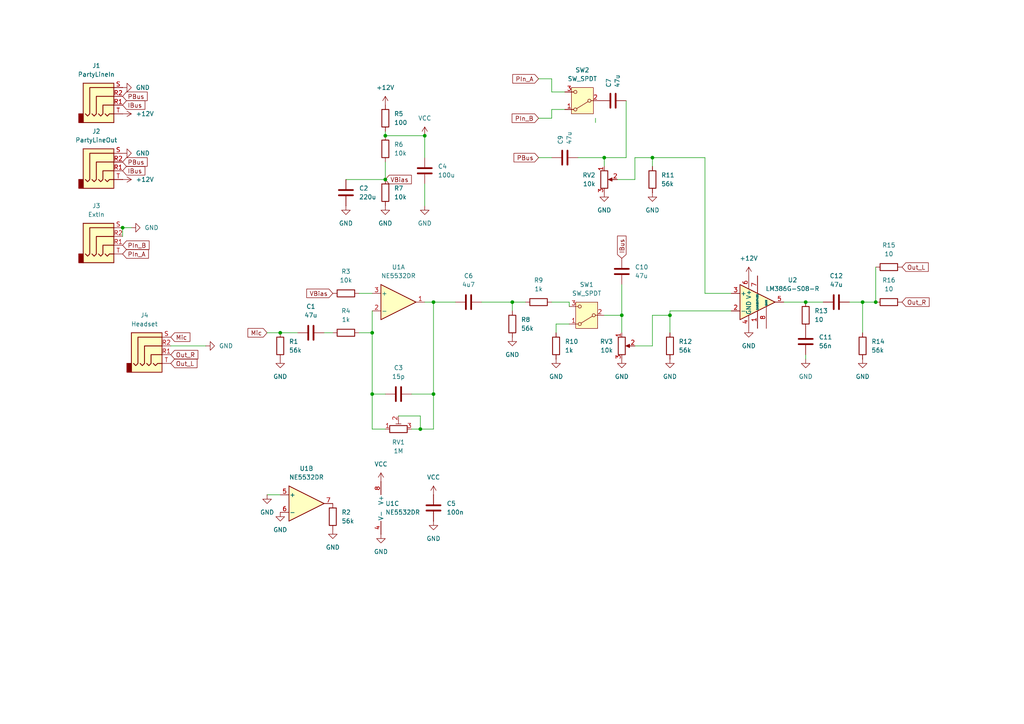
<source format=kicad_sch>
(kicad_sch (version 20250114) (generator "eeschema") (generator_version "9.0")
  (paper "A4")
  (lib_symbols
    (symbol "Amplifier_Audio:LM386" (pin_names (offset 0.127))
      (property "Reference" "U" (at 1.27 7.62 0))
      (property "Value" "LM386" (at 1.27 5.08 0))
      (symbol "LM386_0_1"
        (polyline (pts (xy 5.08 0) (xy -5.08 5.08) (xy -5.08 -5.08) (xy 5.08 0)) (stroke (width 0.254)) (fill (type background)))
      )
      (symbol "LM386_1_1"
        (pin input line (at -7.62 2.54 0) (length 2.54) (name "+") (number "3"))
        (pin input line (at -7.62 -2.54 0) (length 2.54) (name "-") (number "2"))
        (pin power_in line (at -2.54 7.62 270) (length 3.81) (name "V+") (number "6"))
        (pin power_in line (at -2.54 -7.62 90) (length 3.81) (name "GND") (number "4"))
        (pin input line (at 0 7.62 270) (length 5.08) (name "BYPASS") (number "7"))
        (pin input line (at 0 -7.62 90) (length 5.08) (name "GAIN") (number "1"))
        (pin input line (at 2.54 -7.62 90) (length 6.35) (name "GAIN") (number "8"))
        (pin output line (at 7.62 0 180) (length 2.54) (name "~") (number "5"))
      )
    )
    (symbol "Amplifier_Operational:NE5532" (pin_names (offset 0.127))
      (property "Reference" "U" (at 0 5.08 0))
      (property "Value" "NE5532" (at 0 -5.08 0))
      (symbol "NE5532_1_1"
        (polyline (pts (xy -5.08 5.08) (xy 5.08 0) (xy -5.08 -5.08) (xy -5.08 5.08)) (stroke (width 0.254)) (fill (type background)))
        (pin input line (at -7.62 2.54 0) (length 2.54) (name "+") (number "3"))
        (pin input line (at -7.62 -2.54 0) (length 2.54) (name "-") (number "2"))
        (pin output line (at 7.62 0 180) (length 2.54) (name "~") (number "1"))
      )
      (symbol "NE5532_2_1"
        (polyline (pts (xy -5.08 5.08) (xy 5.08 0) (xy -5.08 -5.08) (xy -5.08 5.08)) (stroke (width 0.254)) (fill (type background)))
        (pin input line (at -7.62 2.54 0) (length 2.54) (name "+") (number "5"))
        (pin input line (at -7.62 -2.54 0) (length 2.54) (name "-") (number "6"))
        (pin output line (at 7.62 0 180) (length 2.54) (name "~") (number "7"))
      )
      (symbol "NE5532_3_1"
        (pin power_in line (at -2.54 7.62 270) (length 3.81) (name "V+") (number "8"))
        (pin power_in line (at -2.54 -7.62 90) (length 3.81) (name "V-") (number "4"))
      )
    )
    (symbol "Connector_Audio:AudioJack4"
      (property "Reference" "J" (at 0 8.89 0))
      (property "Value" "AudioJack4" (at 0 6.35 0))
      (symbol "AudioJack4_0_1"
        (rectangle (start -6.35 -5.08) (end -7.62 -7.62) (stroke (width 0.254)) (fill (type outline)))
        (polyline (pts (xy -5.715 -5.08) (xy -5.08 -5.715) (xy -4.445 -5.08) (xy -4.445 2.54) (xy 2.54 2.54)) (stroke (width 0.254)))
        (polyline (pts (xy -1.905 -5.08) (xy -1.27 -5.715) (xy -0.635 -5.08) (xy -0.635 -2.54) (xy 2.54 -2.54)) (stroke (width 0.254)))
        (polyline (pts (xy 0 -5.08) (xy 0.635 -5.715) (xy 1.27 -5.08) (xy 2.54 -5.08)) (stroke (width 0.254)))
        (rectangle (start 2.54 3.81) (end -6.35 -7.62) (stroke (width 0.254)) (fill (type background)))
        (polyline (pts (xy 2.54 0) (xy -2.54 0) (xy -2.54 -5.08) (xy -3.175 -5.715) (xy -3.81 -5.08)) (stroke (width 0.254)))
      )
      (symbol "AudioJack4_1_1"
        (pin passive line (at 5.08 2.54 180) (length 2.54) (name "~") (number "S"))
        (pin passive line (at 5.08 0 180) (length 2.54) (name "~") (number "R2"))
        (pin passive line (at 5.08 -2.54 180) (length 2.54) (name "~") (number "R1"))
        (pin passive line (at 5.08 -5.08 180) (length 2.54) (name "~") (number "T"))
      )
    )
    (symbol "Device:C" (pin_numbers (hide yes)) (pin_names (offset 0.254))
      (property "Reference" "C" (at 0.635 2.54 0))
      (property "Value" "C" (at 0.635 -2.54 0))
      (symbol "C_0_1"
        (polyline (pts (xy -2.032 0.762) (xy 2.032 0.762)) (stroke (width 0.508)))
        (polyline (pts (xy -2.032 -0.762) (xy 2.032 -0.762)) (stroke (width 0.508)))
      )
      (symbol "C_1_1"
        (pin passive line (at 0 3.81 270) (length 2.794) (name "~") (number "1"))
        (pin passive line (at 0 -3.81 90) (length 2.794) (name "~") (number "2"))
      )
    )
    (symbol "Device:R" (pin_numbers (hide yes)) (pin_names (offset 0))
      (property "Reference" "R" (at 2.032 0 90))
      (property "Value" "R" (at 0 0 90))
      (symbol "R_0_1"
        (rectangle (start -1.016 -2.54) (end 1.016 2.54) (stroke (width 0.254)))
      )
      (symbol "R_1_1"
        (pin passive line (at 0 3.81 270) (length 1.27) (name "~") (number "1"))
        (pin passive line (at 0 -3.81 90) (length 1.27) (name "~") (number "2"))
      )
    )
    (symbol "Device:R_Potentiometer" (pin_names (offset 1.016) (hide yes))
      (property "Reference" "RV" (at -4.445 0 90))
      (property "Value" "R_Potentiometer" (at -2.54 0 90))
      (symbol "R_Potentiometer_0_1"
        (rectangle (start 1.016 2.54) (end -1.016 -2.54) (stroke (width 0.254)))
        (polyline (pts (xy 1.143 0) (xy 2.286 0.508) (xy 2.286 -0.508) (xy 1.143 0)) (fill (type outline)))
        (polyline (pts (xy 2.54 0) (xy 1.524 0)))
      )
      (symbol "R_Potentiometer_1_1"
        (pin passive line (at 0 3.81 270) (length 1.27) (name "1") (number "1"))
        (pin passive line (at 0 -3.81 90) (length 1.27) (name "3") (number "3"))
        (pin passive line (at 3.81 0 180) (length 1.27) (name "2") (number "2"))
      )
    )
    (symbol "Device:R_Potentiometer_Trim" (pin_names (offset 1.016) (hide yes))
      (property "Reference" "RV" (at -4.445 0 90))
      (property "Value" "R_Potentiometer_Trim" (at -2.54 0 90))
      (symbol "R_Potentiometer_Trim_0_1"
        (rectangle (start 1.016 2.54) (end -1.016 -2.54) (stroke (width 0.254)))
        (polyline (pts (xy 1.524 0.762) (xy 1.524 -0.762)))
        (polyline (pts (xy 2.54 0) (xy 1.524 0)))
      )
      (symbol "R_Potentiometer_Trim_1_1"
        (pin passive line (at 0 3.81 270) (length 1.27) (name "1") (number "1"))
        (pin passive line (at 0 -3.81 90) (length 1.27) (name "3") (number "3"))
        (pin passive line (at 3.81 0 180) (length 1.27) (name "2") (number "2"))
      )
    )
    (symbol "Switch:SW_SPDT" (pin_names (offset 0) (hide yes))
      (property "Reference" "SW" (at 0 5.08 0))
      (property "Value" "SW_SPDT" (at 0 -5.08 0))
      (symbol "SW_SPDT_0_1"
        (circle (center -2.032 0) (radius 0.4572))
        (polyline (pts (xy -1.651 0.254) (xy 1.651 2.286)))
        (circle (center 2.032 2.54) (radius 0.4572))
        (circle (center 2.032 -2.54) (radius 0.4572))
      )
      (symbol "SW_SPDT_1_1"
        (rectangle (start -3.175 3.81) (end 3.175 -3.81) (fill (type background)))
        (pin passive line (at -5.08 0 0) (length 2.54) (name "B") (number "2"))
        (pin passive line (at 5.08 2.54 180) (length 2.54) (name "A") (number "1"))
        (pin passive line (at 5.08 -2.54 180) (length 2.54) (name "C") (number "3"))
      )
    )
    (symbol "power:+12V" (power) (pin_numbers (hide yes)) (pin_names (offset 0) (hide yes))
      (property "Value" "+12V" (at 0 3.556 0))
      (symbol "+12V_0_1"
        (polyline (pts (xy -0.762 1.27) (xy 0 2.54)))
        (polyline (pts (xy 0 2.54) (xy 0.762 1.27)))
        (polyline (pts (xy 0 0) (xy 0 2.54)))
      )
      (symbol "+12V_1_1"
        (pin power_in line (at 0 0 90) (length 0) (name "~") (number "1"))
      )
    )
    (symbol "power:GND" (power) (pin_numbers (hide yes)) (pin_names (offset 0) (hide yes))
      (property "Value" "GND" (at 0 -3.81 0))
      (symbol "GND_0_1"
        (polyline (pts (xy 0 0) (xy 0 -1.27) (xy 1.27 -1.27) (xy 0 -2.54) (xy -1.27 -1.27) (xy 0 -1.27)))
      )
      (symbol "GND_1_1"
        (pin power_in line (at 0 0 270) (length 0) (name "~") (number "1"))
      )
    )
    (symbol "power:VCC" (power) (pin_numbers (hide yes)) (pin_names (offset 0) (hide yes))
      (property "Value" "VCC" (at 0 3.556 0))
      (symbol "VCC_0_1"
        (polyline (pts (xy -0.762 1.27) (xy 0 2.54)))
        (polyline (pts (xy 0 2.54) (xy 0.762 1.27)))
        (polyline (pts (xy 0 0) (xy 0 2.54)))
      )
      (symbol "VCC_1_1"
        (pin power_in line (at 0 0 90) (length 0) (name "~") (number "1"))
      )
    )
  )
  (junction (at 81.28 96.52))
  (junction (at 111.76 39.37))
  (junction (at 121.92 124.46))
  (junction (at 123.19 39.37))
  (junction (at 107.95 96.52))
  (junction (at 125.73 114.3))
  (junction (at 125.73 87.63))
  (junction (at 175.26 45.72))
  (junction (at 194.31 91.44))
  (junction (at 254 87.63))
  (junction (at 189.23 45.72))
  (junction (at 107.95 114.3))
  (junction (at 35.56 66.04))
  (junction (at 233.68 87.63))
  (junction (at 111.76 52.07))
  (junction (at 180.34 91.44))
  (junction (at 148.59 87.63))
  (junction (at 250.19 87.63))
  (wire (pts (xy 139.7 87.63) (xy 148.59 87.63)))
  (wire (pts (xy 121.92 120.65) (xy 121.92 124.46)))
  (wire (pts (xy 35.56 66.04) (xy 38.1 66.04)))
  (wire (pts (xy 250.19 96.52) (xy 250.19 87.63)))
  (wire (pts (xy 156.21 34.29) (xy 160.02 34.29)))
  (wire (pts (xy 175.26 45.72) (xy 175.26 48.26)))
  (wire (pts (xy 107.95 96.52) (xy 107.95 90.17)))
  (wire (pts (xy 125.73 114.3) (xy 125.73 87.63)))
  (wire (pts (xy 156.21 22.86) (xy 160.02 22.86)))
  (wire (pts (xy 125.73 114.3) (xy 125.73 124.46)))
  (wire (pts (xy 165.1 93.98) (xy 161.29 93.98)))
  (wire (pts (xy 123.19 53.34) (xy 123.19 59.69)))
  (wire (pts (xy 35.56 66.04) (xy 35.56 68.58)))
  (wire (pts (xy 233.68 87.63) (xy 238.76 87.63)))
  (wire (pts (xy 184.15 45.72) (xy 189.23 45.72)))
  (wire (pts (xy 180.34 82.55) (xy 180.34 91.44)))
  (wire (pts (xy 111.76 124.46) (xy 107.95 124.46)))
  (wire (pts (xy 189.23 45.72) (xy 189.23 48.26)))
  (wire (pts (xy 148.59 87.63) (xy 148.59 90.17)))
  (wire (pts (xy 160.02 26.67) (xy 163.83 26.67)))
  (wire (pts (xy 123.19 39.37) (xy 123.19 45.72)))
  (wire (pts (xy 111.76 114.3) (xy 107.95 114.3)))
  (wire (pts (xy 161.29 93.98) (xy 161.29 96.52)))
  (wire (pts (xy 77.47 143.51) (xy 81.28 143.51)))
  (wire (pts (xy 119.38 114.3) (xy 125.73 114.3)))
  (wire (pts (xy 250.19 87.63) (xy 246.38 87.63)))
  (wire (pts (xy 250.19 87.63) (xy 254 87.63)))
  (wire (pts (xy 148.59 87.63) (xy 152.4 87.63)))
  (wire (pts (xy 184.15 52.07) (xy 184.15 45.72)))
  (wire (pts (xy 165.1 88.9) (xy 165.1 87.63)))
  (wire (pts (xy 180.34 91.44) (xy 175.26 91.44)))
  (wire (pts (xy 181.61 45.72) (xy 175.26 45.72)))
  (wire (pts (xy 121.92 124.46) (xy 125.73 124.46)))
  (wire (pts (xy 181.61 29.21) (xy 181.61 45.72)))
  (wire (pts (xy 156.21 45.72) (xy 160.02 45.72)))
  (wire (pts (xy 227.33 87.63) (xy 233.68 87.63)))
  (wire (pts (xy 49.53 100.33) (xy 59.69 100.33)))
  (wire (pts (xy 100.33 52.07) (xy 111.76 52.07)))
  (wire (pts (xy 115.57 120.65) (xy 121.92 120.65)))
  (wire (pts (xy 194.31 91.44) (xy 194.31 96.52)))
  (wire (pts (xy 160.02 87.63) (xy 165.1 87.63)))
  (wire (pts (xy 111.76 46.99) (xy 111.76 52.07)))
  (wire (pts (xy 160.02 22.86) (xy 160.02 26.67)))
  (wire (pts (xy 189.23 45.72) (xy 204.47 45.72)))
  (wire (pts (xy 180.34 96.52) (xy 180.34 91.44)))
  (wire (pts (xy 81.28 96.52) (xy 86.36 96.52)))
  (wire (pts (xy 172.72 35.56) (xy 172.72 34.29)))
  (wire (pts (xy 254 77.47) (xy 254 87.63)))
  (wire (pts (xy 194.31 90.17) (xy 194.31 91.44)))
  (wire (pts (xy 93.98 96.52) (xy 96.52 96.52)))
  (wire (pts (xy 194.31 90.17) (xy 212.09 90.17)))
  (wire (pts (xy 77.47 96.52) (xy 81.28 96.52)))
  (wire (pts (xy 107.95 114.3) (xy 107.95 96.52)))
  (wire (pts (xy 119.38 124.46) (xy 121.92 124.46)))
  (wire (pts (xy 107.95 124.46) (xy 107.95 114.3)))
  (wire (pts (xy 167.64 45.72) (xy 175.26 45.72)))
  (wire (pts (xy 204.47 85.09) (xy 212.09 85.09)))
  (wire (pts (xy 125.73 87.63) (xy 123.19 87.63)))
  (wire (pts (xy 125.73 87.63) (xy 132.08 87.63)))
  (wire (pts (xy 189.23 91.44) (xy 194.31 91.44)))
  (wire (pts (xy 189.23 100.33) (xy 189.23 91.44)))
  (wire (pts (xy 160.02 34.29) (xy 160.02 31.75)))
  (wire (pts (xy 111.76 39.37) (xy 123.19 39.37)))
  (wire (pts (xy 104.14 96.52) (xy 107.95 96.52)))
  (wire (pts (xy 184.15 100.33) (xy 189.23 100.33)))
  (wire (pts (xy 111.76 38.1) (xy 111.76 39.37)))
  (wire (pts (xy 160.02 31.75) (xy 163.83 31.75)))
  (wire (pts (xy 104.14 85.09) (xy 107.95 85.09)))
  (wire (pts (xy 179.07 52.07) (xy 184.15 52.07)))
  (wire (pts (xy 204.47 45.72) (xy 204.47 85.09)))
  (wire (pts (xy 233.68 102.87) (xy 233.68 104.14)))
  (global_label "Out_R" (shape input) (at 49.53 102.87 0) (property "Intersheetrefs" "${INTERSHEET_REFS}" (effects (hide yes))))
  (global_label "IBus" (shape input) (at 35.56 49.53 0) (property "Intersheetrefs" "${INTERSHEET_REFS}" (effects (hide yes))))
  (global_label "PBus" (shape input) (at 156.21 45.72 180) (property "Intersheetrefs" "${INTERSHEET_REFS}" (effects (hide yes))))
  (global_label "VBias" (shape input) (at 111.76 52.07 0) (property "Intersheetrefs" "${INTERSHEET_REFS}" (effects (hide yes))))
  (global_label "PIn_B" (shape input) (at 35.56 71.12 0) (property "Intersheetrefs" "${INTERSHEET_REFS}" (effects (hide yes))))
  (global_label "Out_R" (shape input) (at 261.62 87.63 0) (property "Intersheetrefs" "${INTERSHEET_REFS}" (effects (hide yes))))
  (global_label "IBus" (shape input) (at 180.34 74.93 90) (property "Intersheetrefs" "${INTERSHEET_REFS}" (effects (hide yes))))
  (global_label "PBus" (shape input) (at 35.56 27.94 0) (property "Intersheetrefs" "${INTERSHEET_REFS}" (effects (hide yes))))
  (global_label "Out_L" (shape input) (at 261.62 77.47 0) (property "Intersheetrefs" "${INTERSHEET_REFS}" (effects (hide yes))))
  (global_label "Out_L" (shape input) (at 49.53 105.41 0) (property "Intersheetrefs" "${INTERSHEET_REFS}" (effects (hide yes))))
  (global_label "Mic" (shape input) (at 49.53 97.79 0) (property "Intersheetrefs" "${INTERSHEET_REFS}" (effects (hide yes))))
  (global_label "VBias" (shape input) (at 96.52 85.09 180) (property "Intersheetrefs" "${INTERSHEET_REFS}" (effects (hide yes))))
  (global_label "Mic" (shape input) (at 77.47 96.52 180) (property "Intersheetrefs" "${INTERSHEET_REFS}" (effects (hide yes))))
  (global_label "PBus" (shape input) (at 35.56 46.99 0) (property "Intersheetrefs" "${INTERSHEET_REFS}" (effects (hide yes))))
  (global_label "PIn_B" (shape input) (at 156.21 34.29 180) (property "Intersheetrefs" "${INTERSHEET_REFS}" (effects (hide yes))))
  (global_label "PIn_A" (shape input) (at 156.21 22.86 180) (property "Intersheetrefs" "${INTERSHEET_REFS}" (effects (hide yes))))
  (global_label "IBus" (shape input) (at 35.56 30.48 0) (property "Intersheetrefs" "${INTERSHEET_REFS}" (effects (hide yes))))
  (global_label "PIn_A" (shape input) (at 35.56 73.66 0) (property "Intersheetrefs" "${INTERSHEET_REFS}" (effects (hide yes))))
  (symbol (lib_id "Device:R") (at 96.52 149.86 0) (unit 1)
    (property "Reference" "R2" (at 99.06 148.5899 0) (effects (justify left)))
    (property "Value" "56k" (at 99.06 151.1299 0) (effects (justify left)))
    (property "Footprint" "Resistor_SMD:R_0805_2012Metric_Pad1.20x1.40mm_HandSolder" (effects (hide yes)))
    (property "Description" "Resistor" (effects (hide yes)))
  )
  (symbol (lib_id "Device:C") (at 177.8 29.21 90) (unit 1)
    (property "Reference" "C7" (at 176.5299 25.4 0) (effects (justify left)))
    (property "Value" "47u" (at 179.0699 25.4 0) (effects (justify left)))
    (property "Footprint" "Capacitor_SMD:C_Elec_6.3x5.4" (effects (hide yes)))
    (property "Description" "C72522" (effects (hide yes)))
  )
  (symbol (lib_id "Amplifier_Audio:LM386") (at 219.71 87.63 0) (unit 1)
    (property "Reference" "U2" (at 229.87 81.2098 0))
    (property "Value" "LM386G-S08-R" (at 229.87 83.7498 0))
    (property "Footprint" "Package_SO:SOP-8_3.9x4.9mm_P1.27mm" (effects (hide yes)))
    (property "Datasheet" "http://www.ti.com/lit/ds/symlink/lm386.pdf" (effects (hide yes)))
    (property "Description" "C85119" (effects (hide yes)))
  )
  (symbol (lib_id "power:GND") (at 100.33 59.69 0) (unit 1)
    (property "Reference" "#PWR011" (effects (hide yes)))
    (property "Value" "GND" (at 100.33 64.77 0))
    (property "Description" "Power symbol creates a global label with name \"GND\" , ground" (effects (hide yes)))
  )
  (symbol (lib_id "power:+12V") (at 35.56 33.02 270) (unit 1)
    (property "Reference" "#PWR02" (effects (hide yes)))
    (property "Value" "+12V" (at 39.37 33.0199 90) (effects (justify left)))
    (property "Description" "Power symbol creates a global label with name \"+12V\"" (effects (hide yes)))
  )
  (symbol (lib_id "power:GND") (at 123.19 59.69 0) (unit 1)
    (property "Reference" "#PWR017" (effects (hide yes)))
    (property "Value" "GND" (at 123.19 64.77 0))
    (property "Description" "Power symbol creates a global label with name \"GND\" , ground" (effects (hide yes)))
  )
  (symbol (lib_id "Device:C") (at 125.73 147.32 0) (unit 1)
    (property "Reference" "C5" (at 129.54 146.0499 0) (effects (justify left)))
    (property "Value" "100n" (at 129.54 148.5899 0) (effects (justify left)))
    (property "Footprint" "Capacitor_SMD:C_0805_2012Metric_Pad1.18x1.45mm_HandSolder" (effects (hide yes)))
    (property "Description" "Unpolarized capacitor" (effects (hide yes)))
  )
  (symbol (lib_id "power:GND") (at 161.29 104.14 0) (unit 1)
    (property "Reference" "#PWR021" (effects (hide yes)))
    (property "Value" "GND" (at 161.29 109.22 0))
    (property "Description" "Power symbol creates a global label with name \"GND\" , ground" (effects (hide yes)))
  )
  (symbol (lib_id "power:+12V") (at 35.56 52.07 270) (unit 1)
    (property "Reference" "#PWR04" (effects (hide yes)))
    (property "Value" "+12V" (at 39.37 52.0699 90) (effects (justify left)))
    (property "Description" "Power symbol creates a global label with name \"+12V\"" (effects (hide yes)))
  )
  (symbol (lib_id "Device:R_Potentiometer_Trim") (at 115.57 124.46 90) (unit 1)
    (property "Reference" "RV1" (at 115.57 128.27 90))
    (property "Value" "1M" (at 115.57 130.81 90))
    (property "Footprint" "custom:3314J-1" (effects (hide yes)))
    (property "Description" "C55491" (effects (hide yes)))
  )
  (symbol (lib_id "Device:R") (at 194.31 100.33 180) (unit 1)
    (property "Reference" "R12" (at 196.85 99.0599 0) (effects (justify right)))
    (property "Value" "56k" (at 196.85 101.5999 0) (effects (justify right)))
    (property "Footprint" "Resistor_SMD:R_0805_2012Metric_Pad1.20x1.40mm_HandSolder" (effects (hide yes)))
    (property "Description" "Resistor" (effects (hide yes)))
  )
  (symbol (lib_id "Switch:SW_SPDT") (at 168.91 29.21 180) (unit 1)
    (property "Reference" "SW2" (at 168.91 20.32 0))
    (property "Value" "SW_SPDT" (at 168.91 22.86 0))
    (property "Footprint" "Connector_PinSocket_2.54mm:PinSocket_1x03_P2.54mm_Vertical" (effects (hide yes)))
    (property "Description" "Switch, single pole double throw" (effects (hide yes)))
  )
  (symbol (lib_id "Device:R") (at 111.76 55.88 0) (unit 1)
    (property "Reference" "R7" (at 114.3 54.6099 0) (effects (justify left)))
    (property "Value" "10k" (at 114.3 57.1499 0) (effects (justify left)))
    (property "Footprint" "Resistor_SMD:R_0805_2012Metric_Pad1.20x1.40mm_HandSolder" (effects (hide yes)))
    (property "Description" "Resistor" (effects (hide yes)))
  )
  (symbol (lib_id "power:GND") (at 111.76 59.69 0) (unit 1)
    (property "Reference" "#PWR015" (effects (hide yes)))
    (property "Value" "GND" (at 111.76 64.77 0))
    (property "Description" "Power symbol creates a global label with name \"GND\" , ground" (effects (hide yes)))
  )
  (symbol (lib_id "Amplifier_Operational:NE5532") (at 113.03 147.32 0) (unit 3)
    (property "Reference" "U1" (at 111.76 146.0499 0) (effects (justify left)))
    (property "Value" "NE5532DR" (at 111.76 148.5899 0) (effects (justify left)))
    (property "Footprint" "Package_SO:SOIC-8_3.9x4.9mm_P1.27mm" (effects (hide yes)))
    (property "Datasheet" "http://www.ti.com/lit/ds/symlink/ne5532.pdf" (effects (hide yes)))
    (property "Description" "C7426" (effects (hide yes)))
  )
  (symbol (lib_id "Device:R") (at 250.19 100.33 180) (unit 1)
    (property "Reference" "R14" (at 252.73 99.0599 0) (effects (justify right)))
    (property "Value" "56k" (at 252.73 101.5999 0) (effects (justify right)))
    (property "Footprint" "Resistor_SMD:R_0805_2012Metric_Pad1.20x1.40mm_HandSolder" (effects (hide yes)))
    (property "Description" "Resistor" (effects (hide yes)))
  )
  (symbol (lib_id "power:GND") (at 189.23 55.88 0) (unit 1)
    (property "Reference" "#PWR024" (effects (hide yes)))
    (property "Value" "GND" (at 189.23 60.96 0))
    (property "Description" "Power symbol creates a global label with name \"GND\" , ground" (effects (hide yes)))
  )
  (symbol (lib_id "power:GND") (at 38.1 66.04 90) (unit 1)
    (property "Reference" "#PWR05" (effects (hide yes)))
    (property "Value" "GND" (at 41.91 66.0399 90) (effects (justify right)))
    (property "Description" "Power symbol creates a global label with name \"GND\" , ground" (effects (hide yes)))
  )
  (symbol (lib_id "Device:C") (at 163.83 45.72 90) (unit 1)
    (property "Reference" "C9" (at 162.5599 41.91 0) (effects (justify left)))
    (property "Value" "47u" (at 165.0999 41.91 0) (effects (justify left)))
    (property "Footprint" "Capacitor_SMD:C_Elec_6.3x5.4" (effects (hide yes)))
    (property "Description" "C72522" (effects (hide yes)))
  )
  (symbol (lib_id "Amplifier_Operational:NE5532") (at 115.57 87.63 0) (unit 1)
    (property "Reference" "U1" (at 115.57 77.47 0))
    (property "Value" "NE5532DR" (at 115.57 80.01 0))
    (property "Footprint" "Package_SO:SOIC-8_3.9x4.9mm_P1.27mm" (effects (hide yes)))
    (property "Datasheet" "http://www.ti.com/lit/ds/symlink/ne5532.pdf" (effects (hide yes)))
    (property "Description" "C7426" (effects (hide yes)))
  )
  (symbol (lib_id "power:+12V") (at 217.17 80.01 0) (unit 1)
    (property "Reference" "#PWR026" (effects (hide yes)))
    (property "Value" "+12V" (at 217.17 74.93 0))
    (property "Description" "Power symbol creates a global label with name \"+12V\"" (effects (hide yes)))
  )
  (symbol (lib_id "power:VCC") (at 125.73 143.51 0) (unit 1)
    (property "Reference" "#PWR018" (effects (hide yes)))
    (property "Value" "VCC" (at 125.73 138.43 0))
    (property "Description" "Power symbol creates a global label with name \"VCC\"" (effects (hide yes)))
  )
  (symbol (lib_id "power:GND") (at 81.28 104.14 0) (unit 1)
    (property "Reference" "#PWR08" (effects (hide yes)))
    (property "Value" "GND" (at 81.28 109.22 0))
    (property "Description" "Power symbol creates a global label with name \"GND\" , ground" (effects (hide yes)))
  )
  (symbol (lib_id "Device:R") (at 189.23 52.07 180) (unit 1)
    (property "Reference" "R11" (at 191.77 50.7999 0) (effects (justify right)))
    (property "Value" "56k" (at 191.77 53.3399 0) (effects (justify right)))
    (property "Footprint" "Resistor_SMD:R_0805_2012Metric_Pad1.20x1.40mm_HandSolder" (effects (hide yes)))
    (property "Description" "Resistor" (effects (hide yes)))
  )
  (symbol (lib_id "Device:R") (at 81.28 100.33 0) (unit 1)
    (property "Reference" "R1" (at 83.82 99.0599 0) (effects (justify left)))
    (property "Value" "56k" (at 83.82 101.5999 0) (effects (justify left)))
    (property "Footprint" "Resistor_SMD:R_0805_2012Metric_Pad1.20x1.40mm_HandSolder" (effects (hide yes)))
    (property "Description" "Resistor" (effects (hide yes)))
  )
  (symbol (lib_id "Device:R") (at 111.76 43.18 0) (unit 1)
    (property "Reference" "R6" (at 114.3 41.9099 0) (effects (justify left)))
    (property "Value" "10k" (at 114.3 44.4499 0) (effects (justify left)))
    (property "Footprint" "Resistor_SMD:R_0805_2012Metric_Pad1.20x1.40mm_HandSolder" (effects (hide yes)))
    (property "Description" "Resistor" (effects (hide yes)))
  )
  (symbol (lib_id "Device:R") (at 148.59 93.98 180) (unit 1)
    (property "Reference" "R8" (at 151.13 92.7099 0) (effects (justify right)))
    (property "Value" "56k" (at 151.13 95.2499 0) (effects (justify right)))
    (property "Footprint" "Resistor_SMD:R_0805_2012Metric_Pad1.20x1.40mm_HandSolder" (effects (hide yes)))
    (property "Description" "Resistor" (effects (hide yes)))
  )
  (symbol (lib_id "Device:C") (at 123.19 49.53 0) (unit 1)
    (property "Reference" "C4" (at 127 48.2599 0) (effects (justify left)))
    (property "Value" "100u" (at 127 50.7999 0) (effects (justify left)))
    (property "Footprint" "Capacitor_SMD:C_Elec_6.3x5.4" (effects (hide yes)))
    (property "Description" "C3344" (effects (hide yes)))
  )
  (symbol (lib_id "Device:C") (at 233.68 99.06 0) (unit 1)
    (property "Reference" "C11" (at 237.49 97.7899 0) (effects (justify left)))
    (property "Value" "56n" (at 237.49 100.3299 0) (effects (justify left)))
    (property "Footprint" "Capacitor_SMD:C_0805_2012Metric_Pad1.18x1.45mm_HandSolder" (effects (hide yes)))
    (property "Description" "Unpolarized capacitor" (effects (hide yes)))
  )
  (symbol (lib_id "Amplifier_Operational:NE5532") (at 88.9 146.05 0) (unit 2)
    (property "Reference" "U1" (at 88.9 135.89 0))
    (property "Value" "NE5532DR" (at 88.9 138.43 0))
    (property "Footprint" "Package_SO:SOIC-8_3.9x4.9mm_P1.27mm" (effects (hide yes)))
    (property "Datasheet" "http://www.ti.com/lit/ds/symlink/ne5532.pdf" (effects (hide yes)))
    (property "Description" "C7426" (effects (hide yes)))
  )
  (symbol (lib_id "power:GND") (at 96.52 153.67 0) (unit 1)
    (property "Reference" "#PWR010" (effects (hide yes)))
    (property "Value" "GND" (at 96.52 158.75 0))
    (property "Description" "Power symbol creates a global label with name \"GND\" , ground" (effects (hide yes)))
  )
  (symbol (lib_id "Device:R_Potentiometer") (at 175.26 52.07 0) (unit 1)
    (property "Reference" "RV2" (at 172.72 50.7999 0) (effects (justify right)))
    (property "Value" "10k" (at 172.72 53.3399 0) (effects (justify right)))
    (property "Footprint" "Connector_PinSocket_2.54mm:PinSocket_1x03_P2.54mm_Vertical" (effects (hide yes)))
    (property "Description" "Potentiometer" (effects (hide yes)))
  )
  (symbol (lib_id "Connector_Audio:AudioJack4") (at 30.48 27.94 0) (unit 1)
    (property "Reference" "J1" (at 27.94 19.05 0))
    (property "Value" "PartyLineIn" (at 27.94 21.59 0))
    (property "Footprint" "custom:PJ-320D" (effects (hide yes)))
    (property "Description" "C431535" (effects (hide yes)))
  )
  (symbol (lib_id "Device:C") (at 242.57 87.63 270) (unit 1)
    (property "Reference" "C12" (at 242.57 80.01 90))
    (property "Value" "47u" (at 242.57 82.55 90))
    (property "Footprint" "Capacitor_SMD:C_Elec_6.3x5.4" (effects (hide yes)))
    (property "Description" "C72522" (effects (hide yes)))
  )
  (symbol (lib_id "power:GND") (at 110.49 154.94 0) (unit 1)
    (property "Reference" "#PWR013" (effects (hide yes)))
    (property "Value" "GND" (at 110.49 160.02 0))
    (property "Description" "Power symbol creates a global label with name \"GND\" , ground" (effects (hide yes)))
  )
  (symbol (lib_id "Device:R") (at 161.29 100.33 180) (unit 1)
    (property "Reference" "R10" (at 163.83 99.0599 0) (effects (justify right)))
    (property "Value" "1k" (at 163.83 101.5999 0) (effects (justify right)))
    (property "Footprint" "Resistor_SMD:R_0805_2012Metric_Pad1.20x1.40mm_HandSolder" (effects (hide yes)))
    (property "Description" "Resistor" (effects (hide yes)))
  )
  (symbol (lib_id "power:GND") (at 175.26 55.88 0) (unit 1)
    (property "Reference" "#PWR022" (effects (hide yes)))
    (property "Value" "GND" (at 175.26 60.96 0))
    (property "Description" "Power symbol creates a global label with name \"GND\" , ground" (effects (hide yes)))
  )
  (symbol (lib_id "Device:C") (at 180.34 78.74 0) (unit 1)
    (property "Reference" "C10" (at 184.15 77.4699 0) (effects (justify left)))
    (property "Value" "47u" (at 184.15 80.0099 0) (effects (justify left)))
    (property "Footprint" "Capacitor_SMD:C_Elec_6.3x5.4" (effects (hide yes)))
    (property "Description" "C72522" (effects (hide yes)))
  )
  (symbol (lib_id "power:+12V") (at 111.76 30.48 0) (unit 1)
    (property "Reference" "#PWR014" (effects (hide yes)))
    (property "Value" "+12V" (at 111.76 25.4 0))
    (property "Description" "Power symbol creates a global label with name \"+12V\"" (effects (hide yes)))
  )
  (symbol (lib_id "Device:R") (at 233.68 91.44 180) (unit 1)
    (property "Reference" "R13" (at 236.22 90.1699 0) (effects (justify right)))
    (property "Value" "10" (at 236.22 92.7099 0) (effects (justify right)))
    (property "Footprint" "Resistor_SMD:R_0805_2012Metric_Pad1.20x1.40mm_HandSolder" (effects (hide yes)))
    (property "Description" "Resistor" (effects (hide yes)))
  )
  (symbol (lib_id "Device:R_Potentiometer") (at 180.34 100.33 0) (unit 1)
    (property "Reference" "RV3" (at 177.8 99.0599 0) (effects (justify right)))
    (property "Value" "10k" (at 177.8 101.5999 0) (effects (justify right)))
    (property "Footprint" "Connector_PinSocket_2.54mm:PinSocket_1x03_P2.54mm_Vertical" (effects (hide yes)))
    (property "Description" "Potentiometer" (effects (hide yes)))
  )
  (symbol (lib_id "Device:C") (at 100.33 55.88 0) (unit 1)
    (property "Reference" "C2" (at 104.14 54.6099 0) (effects (justify left)))
    (property "Value" "220u" (at 104.14 57.1499 0) (effects (justify left)))
    (property "Footprint" "Capacitor_SMD:C_Elec_8x10.2" (effects (hide yes)))
    (property "Description" "C3340" (effects (hide yes)))
  )
  (symbol (lib_id "Device:R") (at 111.76 34.29 0) (unit 1)
    (property "Reference" "R5" (at 114.3 33.0199 0) (effects (justify left)))
    (property "Value" "100" (at 114.3 35.5599 0) (effects (justify left)))
    (property "Footprint" "Resistor_SMD:R_0805_2012Metric_Pad1.20x1.40mm_HandSolder" (effects (hide yes)))
    (property "Description" "Resistor" (effects (hide yes)))
  )
  (symbol (lib_id "Device:R") (at 257.81 87.63 270) (unit 1)
    (property "Reference" "R16" (at 257.81 81.28 90))
    (property "Value" "10" (at 257.81 83.82 90))
    (property "Footprint" "Resistor_SMD:R_0805_2012Metric_Pad1.20x1.40mm_HandSolder" (effects (hide yes)))
    (property "Description" "Resistor" (effects (hide yes)))
  )
  (symbol (lib_id "Connector_Audio:AudioJack4") (at 30.48 68.58 0) (unit 1)
    (property "Reference" "J3" (at 27.94 59.69 0))
    (property "Value" "ExtIn" (at 27.94 62.23 0))
    (property "Footprint" "custom:PJ-320D" (effects (hide yes)))
    (property "Description" "C431535" (effects (hide yes)))
  )
  (symbol (lib_id "power:GND") (at 194.31 104.14 0) (unit 1)
    (property "Reference" "#PWR025" (effects (hide yes)))
    (property "Value" "GND" (at 194.31 109.22 0))
    (property "Description" "Power symbol creates a global label with name \"GND\" , ground" (effects (hide yes)))
  )
  (symbol (lib_id "power:GND") (at 250.19 104.14 0) (unit 1)
    (property "Reference" "#PWR029" (effects (hide yes)))
    (property "Value" "GND" (at 250.19 109.22 0))
    (property "Description" "Power symbol creates a global label with name \"GND\" , ground" (effects (hide yes)))
  )
  (symbol (lib_id "power:GND") (at 233.68 104.14 0) (unit 1)
    (property "Reference" "#PWR028" (effects (hide yes)))
    (property "Value" "GND" (at 233.68 109.22 0))
    (property "Description" "Power symbol creates a global label with name \"GND\" , ground" (effects (hide yes)))
  )
  (symbol (lib_id "Device:C") (at 135.89 87.63 90) (unit 1)
    (property "Reference" "C6" (at 135.89 80.01 90))
    (property "Value" "4u7" (at 135.89 82.55 90))
    (property "Footprint" "Capacitor_SMD:C_1206_3216Metric_Pad1.33x1.80mm_HandSolder" (effects (hide yes)))
    (property "Description" "C29823" (effects (hide yes)))
  )
  (symbol (lib_id "Device:R") (at 100.33 85.09 90) (unit 1)
    (property "Reference" "R3" (at 100.33 78.74 90))
    (property "Value" "10k" (at 100.33 81.28 90))
    (property "Footprint" "Resistor_SMD:R_0805_2012Metric_Pad1.20x1.40mm_HandSolder" (effects (hide yes)))
    (property "Description" "Resistor" (effects (hide yes)))
  )
  (symbol (lib_id "Connector_Audio:AudioJack4") (at 44.45 100.33 0) (unit 1)
    (property "Reference" "J4" (at 41.91 91.44 0))
    (property "Value" "Headset" (at 41.91 93.98 0))
    (property "Footprint" "custom:PJ-320D" (effects (hide yes)))
    (property "Description" "C431535" (effects (hide yes)))
  )
  (symbol (lib_id "power:VCC") (at 123.19 39.37 0) (unit 1)
    (property "Reference" "#PWR016" (effects (hide yes)))
    (property "Value" "VCC" (at 123.19 34.29 0))
    (property "Description" "Power symbol creates a global label with name \"VCC\"" (effects (hide yes)))
  )
  (symbol (lib_id "Device:C") (at 115.57 114.3 90) (unit 1)
    (property "Reference" "C3" (at 115.57 106.68 90))
    (property "Value" "15p" (at 115.57 109.22 90))
    (property "Footprint" "Capacitor_SMD:C_0805_2012Metric_Pad1.18x1.45mm_HandSolder" (effects (hide yes)))
    (property "Description" "Unpolarized capacitor" (effects (hide yes)))
  )
  (symbol (lib_id "Switch:SW_SPDT") (at 170.18 91.44 180) (unit 1)
    (property "Reference" "SW1" (at 170.18 82.55 0))
    (property "Value" "SW_SPDT" (at 170.18 85.09 0))
    (property "Footprint" "Connector_PinSocket_2.54mm:PinSocket_1x03_P2.54mm_Vertical" (effects (hide yes)))
    (property "Description" "Switch, single pole double throw" (effects (hide yes)))
  )
  (symbol (lib_id "Connector_Audio:AudioJack4") (at 30.48 46.99 0) (unit 1)
    (property "Reference" "J2" (at 27.94 38.1 0))
    (property "Value" "PartyLineOut" (at 27.94 40.64 0))
    (property "Footprint" "custom:PJ-320D" (effects (hide yes)))
    (property "Description" "C431535" (effects (hide yes)))
  )
  (symbol (lib_id "power:GND") (at 35.56 25.4 90) (unit 1)
    (property "Reference" "#PWR01" (effects (hide yes)))
    (property "Value" "GND" (at 39.37 25.3999 90) (effects (justify right)))
    (property "Description" "Power symbol creates a global label with name \"GND\" , ground" (effects (hide yes)))
  )
  (symbol (lib_id "Device:R") (at 257.81 77.47 270) (unit 1)
    (property "Reference" "R15" (at 257.81 71.12 90))
    (property "Value" "10" (at 257.81 73.66 90))
    (property "Footprint" "Resistor_SMD:R_0805_2012Metric_Pad1.20x1.40mm_HandSolder" (effects (hide yes)))
    (property "Description" "Resistor" (effects (hide yes)))
  )
  (symbol (lib_id "power:GND") (at 148.59 97.79 0) (unit 1)
    (property "Reference" "#PWR020" (effects (hide yes)))
    (property "Value" "GND" (at 148.59 102.87 0))
    (property "Description" "Power symbol creates a global label with name \"GND\" , ground" (effects (hide yes)))
  )
  (symbol (lib_id "power:GND") (at 59.69 100.33 90) (unit 1)
    (property "Reference" "#PWR06" (effects (hide yes)))
    (property "Value" "GND" (at 63.5 100.3299 90) (effects (justify right)))
    (property "Description" "Power symbol creates a global label with name \"GND\" , ground" (effects (hide yes)))
  )
  (symbol (lib_id "Device:R") (at 156.21 87.63 90) (unit 1)
    (property "Reference" "R9" (at 156.21 81.28 90))
    (property "Value" "1k" (at 156.21 83.82 90))
    (property "Footprint" "Resistor_SMD:R_0805_2012Metric_Pad1.20x1.40mm_HandSolder" (effects (hide yes)))
    (property "Description" "Resistor" (effects (hide yes)))
  )
  (symbol (lib_id "power:VCC") (at 110.49 139.7 0) (unit 1)
    (property "Reference" "#PWR012" (effects (hide yes)))
    (property "Value" "VCC" (at 110.49 134.62 0))
    (property "Description" "Power symbol creates a global label with name \"VCC\"" (effects (hide yes)))
  )
  (symbol (lib_id "power:GND") (at 180.34 104.14 0) (unit 1)
    (property "Reference" "#PWR023" (effects (hide yes)))
    (property "Value" "GND" (at 180.34 109.22 0))
    (property "Description" "Power symbol creates a global label with name \"GND\" , ground" (effects (hide yes)))
  )
  (symbol (lib_id "power:GND") (at 81.28 148.59 0) (unit 1)
    (property "Reference" "#PWR09" (effects (hide yes)))
    (property "Value" "GND" (at 81.28 153.67 0))
    (property "Description" "Power symbol creates a global label with name \"GND\" , ground" (effects (hide yes)))
  )
  (symbol (lib_id "Device:C") (at 90.17 96.52 270) (unit 1)
    (property "Reference" "C1" (at 90.17 88.9 90))
    (property "Value" "47u" (at 90.17 91.44 90))
    (property "Footprint" "Capacitor_SMD:C_Elec_6.3x5.4" (effects (hide yes)))
    (property "Description" "C72522" (effects (hide yes)))
  )
  (symbol (lib_id "power:GND") (at 35.56 44.45 90) (unit 1)
    (property "Reference" "#PWR03" (effects (hide yes)))
    (property "Value" "GND" (at 39.37 44.4499 90) (effects (justify right)))
    (property "Description" "Power symbol creates a global label with name \"GND\" , ground" (effects (hide yes)))
  )
  (symbol (lib_id "power:GND") (at 125.73 151.13 0) (unit 1)
    (property "Reference" "#PWR019" (effects (hide yes)))
    (property "Value" "GND" (at 125.73 156.21 0))
    (property "Description" "Power symbol creates a global label with name \"GND\" , ground" (effects (hide yes)))
  )
  (symbol (lib_id "power:GND") (at 217.17 95.25 0) (unit 1)
    (property "Reference" "#PWR027" (effects (hide yes)))
    (property "Value" "GND" (at 217.17 100.33 0))
    (property "Description" "Power symbol creates a global label with name \"GND\" , ground" (effects (hide yes)))
  )
  (symbol (lib_id "Device:R") (at 100.33 96.52 90) (unit 1)
    (property "Reference" "R4" (at 100.33 90.17 90))
    (property "Value" "1k" (at 100.33 92.71 90))
    (property "Footprint" "Resistor_SMD:R_0805_2012Metric_Pad1.20x1.40mm_HandSolder" (effects (hide yes)))
    (property "Description" "Resistor" (effects (hide yes)))
  )
  (symbol (lib_id "power:GND") (at 77.47 143.51 0) (unit 1)
    (property "Reference" "#PWR07" (effects (hide yes)))
    (property "Value" "GND" (at 77.47 148.59 0))
    (property "Description" "Power symbol creates a global label with name \"GND\" , ground" (effects (hide yes)))
  )
)
</source>
